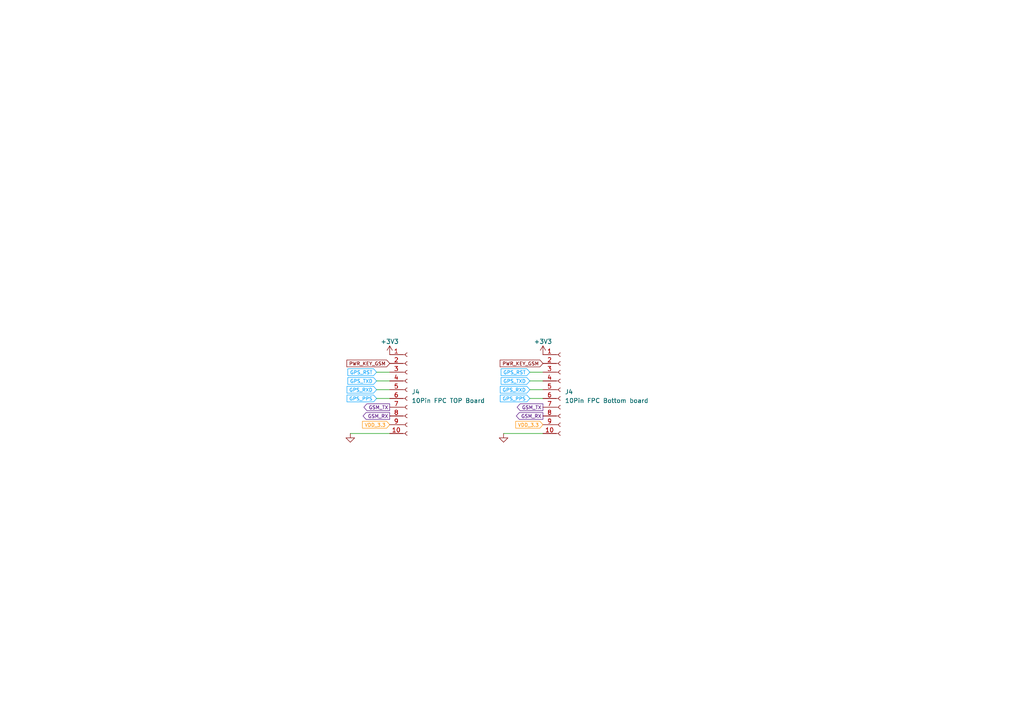
<source format=kicad_sch>
(kicad_sch (version 20230121) (generator eeschema)
  (paper "A4")
  (lib_symbols
    (symbol "Connector:Conn_01x10_Socket" (pin_names (offset 1.016) hide)
      (property "Reference" "J" (at 0 12.7 0))
      (property "Value" "Conn_01x10_Socket" (at 0 -15.24 0))
      (symbol "Conn_01x10_Socket_1_1"
        (arc (start 0 -12.192) (mid -0.5058 -12.7) (end 0 -13.208) (stroke (width 0.1524)))
        (arc (start 0 -9.652) (mid -0.5058 -10.16) (end 0 -10.668) (stroke (width 0.1524)))
        (arc (start 0 -7.112) (mid -0.5058 -7.62) (end 0 -8.128) (stroke (width 0.1524)))
        (arc (start 0 -4.572) (mid -0.5058 -5.08) (end 0 -5.588) (stroke (width 0.1524)))
        (arc (start 0 -2.032) (mid -0.5058 -2.54) (end 0 -3.048) (stroke (width 0.1524)))
        (polyline (pts (xy -1.27 -12.7) (xy -0.508 -12.7)) (stroke (width 0.1524)))
        (polyline (pts (xy -1.27 -10.16) (xy -0.508 -10.16)) (stroke (width 0.1524)))
        (polyline (pts (xy -1.27 -7.62) (xy -0.508 -7.62)) (stroke (width 0.1524)))
        (polyline (pts (xy -1.27 -5.08) (xy -0.508 -5.08)) (stroke (width 0.1524)))
        (polyline (pts (xy -1.27 -2.54) (xy -0.508 -2.54)) (stroke (width 0.1524)))
        (polyline (pts (xy -1.27 0) (xy -0.508 0)) (stroke (width 0.1524)))
        (polyline (pts (xy -1.27 2.54) (xy -0.508 2.54)) (stroke (width 0.1524)))
        (polyline (pts (xy -1.27 5.08) (xy -0.508 5.08)) (stroke (width 0.1524)))
        (polyline (pts (xy -1.27 7.62) (xy -0.508 7.62)) (stroke (width 0.1524)))
        (polyline (pts (xy -1.27 10.16) (xy -0.508 10.16)) (stroke (width 0.1524)))
        (arc (start 0 0.508) (mid -0.5058 0) (end 0 -0.508) (stroke (width 0.1524)))
        (arc (start 0 3.048) (mid -0.5058 2.54) (end 0 2.032) (stroke (width 0.1524)))
        (arc (start 0 5.588) (mid -0.5058 5.08) (end 0 4.572) (stroke (width 0.1524)))
        (arc (start 0 8.128) (mid -0.5058 7.62) (end 0 7.112) (stroke (width 0.1524)))
        (arc (start 0 10.668) (mid -0.5058 10.16) (end 0 9.652) (stroke (width 0.1524)))
        (pin passive line (at -5.08 10.16 0) (length 3.81) (name "Pin_1") (number "1"))
        (pin passive line (at -5.08 -12.7 0) (length 3.81) (name "Pin_10") (number "10"))
        (pin passive line (at -5.08 7.62 0) (length 3.81) (name "Pin_2") (number "2"))
        (pin passive line (at -5.08 5.08 0) (length 3.81) (name "Pin_3") (number "3"))
        (pin passive line (at -5.08 2.54 0) (length 3.81) (name "Pin_4") (number "4"))
        (pin passive line (at -5.08 0 0) (length 3.81) (name "Pin_5") (number "5"))
        (pin passive line (at -5.08 -2.54 0) (length 3.81) (name "Pin_6") (number "6"))
        (pin passive line (at -5.08 -5.08 0) (length 3.81) (name "Pin_7") (number "7"))
        (pin passive line (at -5.08 -7.62 0) (length 3.81) (name "Pin_8") (number "8"))
        (pin passive line (at -5.08 -10.16 0) (length 3.81) (name "Pin_9") (number "9"))
      )
    )
    (symbol "power:+3V3" (power) (pin_names (offset 0))
      (property "Value" "+3V3" (at 0 3.556 0))
      (symbol "+3V3_0_1"
        (polyline (pts (xy -0.762 1.27) (xy 0 2.54)))
        (polyline (pts (xy 0 0) (xy 0 2.54)))
        (polyline (pts (xy 0 2.54) (xy 0.762 1.27)))
      )
      (symbol "+3V3_1_1"
        (pin power_in line (at 0 0 90) (length 0) hide (name "+3V3") (number "1"))
      )
    )
    (symbol "power:GND" (power) (pin_names (offset 0))
      (property "Value" "GND" (at 0 -3.81 0))
      (symbol "GND_0_1"
        (polyline (pts (xy 0 0) (xy 0 -1.27) (xy 1.27 -1.27) (xy 0 -2.54) (xy -1.27 -1.27) (xy 0 -1.27)))
      )
      (symbol "GND_1_1"
        (pin power_in line (at 0 0 270) (length 0) hide (name "GND") (number "1"))
      )
    )
  )
  (wire (pts (xy 153.67 113.03) (xy 157.48 113.03)))
  (wire (pts (xy 146.05 125.73) (xy 157.48 125.73)))
  (wire (pts (xy 153.67 115.57) (xy 157.48 115.57)))
  (wire (pts (xy 101.6 125.73) (xy 113.03 125.73)))
  (wire (pts (xy 109.22 107.95) (xy 113.03 107.95)))
  (wire (pts (xy 153.67 107.95) (xy 157.48 107.95)))
  (wire (pts (xy 109.22 110.49) (xy 113.03 110.49)))
  (wire (pts (xy 109.22 113.03) (xy 113.03 113.03)))
  (wire (pts (xy 153.67 110.49) (xy 157.48 110.49)))
  (wire (pts (xy 109.22 115.57) (xy 113.03 115.57)))
  (global_label "VDD_3.3" (shape input) (at 157.48 123.19 180) (effects (font (size 1 1))) (property "Intersheetrefs" "${INTERSHEET_REFS}" (effects hide)))
  (global_label "GPS_RXD" (shape input) (at 153.67 113.03 180) (effects (font (size 1 1))) (property "Intersheetrefs" "${INTERSHEET_REFS}" (effects hide)))
  (global_label "GPS_RST" (shape input) (at 109.22 107.95 180) (effects (font (size 1 1))) (property "Intersheetrefs" "${INTERSHEET_REFS}" (effects hide)))
  (global_label "VDD_3.3" (shape input) (at 113.03 123.19 180) (effects (font (size 1 1))) (property "Intersheetrefs" "${INTERSHEET_REFS}" (effects hide)))
  (global_label "PWR_KEY_GSM" (shape input) (at 113.03 105.41 180) (effects (font (size 1 1))) (property "Intersheetrefs" "${INTERSHEET_REFS}" (effects hide)))
  (global_label "GPS_RXD" (shape input) (at 109.22 113.03 180) (effects (font (size 1 1))) (property "Intersheetrefs" "${INTERSHEET_REFS}" (effects hide)))
  (global_label "GPS_PPS" (shape input) (at 153.67 115.57 180) (effects (font (size 1 1))) (property "Intersheetrefs" "${INTERSHEET_REFS}" (effects hide)))
  (global_label "GPS_RST" (shape input) (at 153.67 107.95 180) (effects (font (size 1 1))) (property "Intersheetrefs" "${INTERSHEET_REFS}" (effects hide)))
  (global_label "GSM_TX" (shape output) (at 113.03 118.11 180) (effects (font (size 1 1))) (property "Intersheetrefs" "${INTERSHEET_REFS}" (effects hide)))
  (global_label "PWR_KEY_GSM" (shape input) (at 157.48 105.41 180) (effects (font (size 1 1))) (property "Intersheetrefs" "${INTERSHEET_REFS}" (effects hide)))
  (global_label "GPS_PPS" (shape input) (at 109.22 115.57 180) (effects (font (size 1 1))) (property "Intersheetrefs" "${INTERSHEET_REFS}" (effects hide)))
  (global_label "GSM_RX" (shape output) (at 157.48 120.65 180) (effects (font (size 1 1))) (property "Intersheetrefs" "${INTERSHEET_REFS}" (effects hide)))
  (global_label "GPS_TXD" (shape input) (at 153.67 110.49 180) (effects (font (size 1 1))) (property "Intersheetrefs" "${INTERSHEET_REFS}" (effects hide)))
  (global_label "GPS_TXD" (shape input) (at 109.22 110.49 180) (effects (font (size 1 1))) (property "Intersheetrefs" "${INTERSHEET_REFS}" (effects hide)))
  (global_label "GSM_TX" (shape output) (at 157.48 118.11 180) (effects (font (size 1 1))) (property "Intersheetrefs" "${INTERSHEET_REFS}" (effects hide)))
  (global_label "GSM_RX" (shape output) (at 113.03 120.65 180) (effects (font (size 1 1))) (property "Intersheetrefs" "${INTERSHEET_REFS}" (effects hide)))
  (symbol (lib_id "power:+3V3") (at 113.03 102.87 0) (unit 1)
    (property "Reference" "#PWR034" (effects hide))
    (property "Value" "+3V3" (at 113.03 99.06 0))
    (instances (project "RP2040_SOS_band" (path "" (reference "#PWR034") (unit 1)) (path "" (reference "#PWR071") (unit 1)) (path "" (reference "#PWR078") (unit 1))))
  )
  (symbol (lib_id "power:GND") (at 101.6 125.73 0) (unit 1)
    (property "Reference" "#PWR016" (effects hide))
    (property "Value" "GND" (effects hide))
    (instances (project "RP2040_SOS_band" (path "" (reference "#PWR016") (unit 1)) (path "" (reference "#PWR073") (unit 1)) (path "" (reference "#PWR075") (unit 1)) (path "" (reference "#PWR075") (unit 1))))
  )
  (symbol (lib_id "power:GND") (at 146.05 125.73 0) (unit 1)
    (property "Reference" "#PWR016" (effects hide))
    (property "Value" "GND" (effects hide))
    (instances (project "RP2040_SOS_band" (path "" (reference "#PWR016") (unit 1)) (path "" (reference "#PWR073") (unit 1)) (path "" (reference "#PWR073") (unit 1))))
  )
  (symbol (lib_id "Connector:Conn_01x10_Socket") (at 118.11 113.03 0) (unit 1)
    (property "Reference" "J4" (at 119.38 113.665 0) (effects (justify left)))
    (property "Value" "10Pin FPC TOP Board" (at 119.38 116.205 0) (effects (justify left)))
    (property "Footprint" "10 Pin FPC:686110183522" (effects hide))
    (instances (project "RP2040_SOS_band" (path "" (reference "J4") (unit 1)) (path "" (reference "J5") (unit 1)) (path "" (reference "J3") (unit 1))))
  )
  (symbol (lib_id "Connector:Conn_01x10_Socket") (at 162.56 113.03 0) (unit 1)
    (property "Reference" "J4" (at 163.83 113.665 0) (effects (justify left)))
    (property "Value" "10Pin FPC Bottom board" (at 163.83 116.205 0) (effects (justify left)))
    (property "Footprint" "10 Pin FPC:686110183522" (effects hide))
  )
  (symbol (lib_id "power:+3V3") (at 157.48 102.87 0) (unit 1)
    (property "Reference" "#PWR034" (effects hide))
    (property "Value" "+3V3" (at 157.48 99.06 0))
    (instances (project "RP2040_SOS_band" (path "" (reference "#PWR034") (unit 1)) (path "" (reference "#PWR071") (unit 1)) (path "" (reference "#PWR077") (unit 1))))
  )
)
</source>
